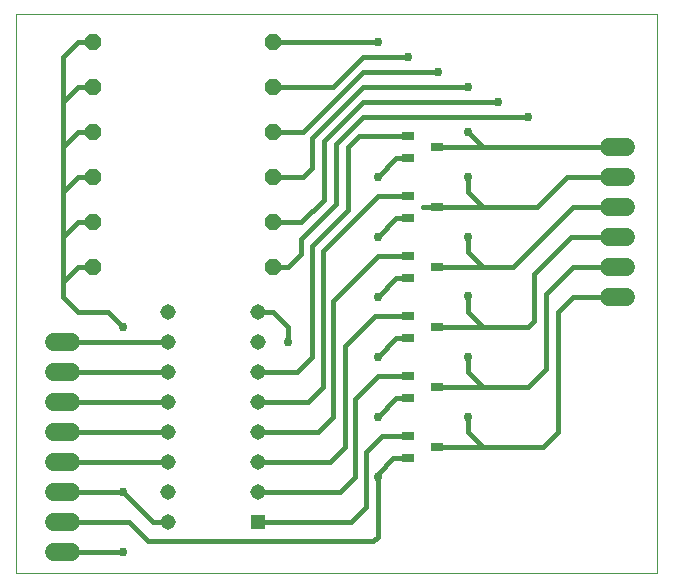
<source format=gtl>
G04 EAGLE Gerber X2 export*
%TF.Part,Single*%
%TF.FileFunction,Other,Top Layer*%
%TF.FilePolarity,Positive*%
%TF.GenerationSoftware,Autodesk,EAGLE,9.1.2*%
%TF.CreationDate,2019-02-28T11:01:59Z*%
G75*
%MOMM*%
%FSLAX34Y34*%
%LPD*%
%AMOC8*
5,1,8,0,0,1.08239X$1,22.5*%
G01*
%ADD10C,0.000000*%
%ADD11R,1.308000X1.308000*%
%ADD12C,1.308000*%
%ADD13C,1.508000*%
%ADD14R,1.000000X0.700000*%
%ADD15P,1.429621X8X202.500000*%
%ADD16C,0.381000*%
%ADD17C,0.406400*%
%ADD18C,0.756400*%


D10*
X-13970Y312420D02*
X528830Y312420D01*
X528830Y786030D01*
X-13970Y786030D01*
X-13970Y312420D01*
D11*
X190500Y355600D03*
D12*
X190500Y381000D03*
X190500Y406400D03*
X190500Y431800D03*
X190500Y457200D03*
X190500Y482600D03*
X190500Y508000D03*
X190500Y533400D03*
X114300Y533400D03*
X114300Y508000D03*
X114300Y482600D03*
X114300Y457200D03*
X114300Y431800D03*
X114300Y406400D03*
X114300Y381000D03*
X114300Y355600D03*
D13*
X32940Y508000D02*
X17860Y508000D01*
X17860Y482600D02*
X32940Y482600D01*
X32940Y457200D02*
X17860Y457200D01*
X17860Y431800D02*
X32940Y431800D01*
X32940Y406400D02*
X17860Y406400D01*
X17860Y381000D02*
X32940Y381000D01*
X32940Y355600D02*
X17860Y355600D01*
X17860Y330200D02*
X32940Y330200D01*
X487760Y673100D02*
X502840Y673100D01*
X502840Y647700D02*
X487760Y647700D01*
X487760Y622300D02*
X502840Y622300D01*
X502840Y596900D02*
X487760Y596900D01*
X487760Y571500D02*
X502840Y571500D01*
X502840Y546100D02*
X487760Y546100D01*
D14*
X318200Y682600D03*
X318200Y663600D03*
X342200Y673100D03*
X318200Y631800D03*
X318200Y612800D03*
X342200Y622300D03*
X318200Y581000D03*
X318200Y562000D03*
X342200Y571500D03*
X318200Y530200D03*
X318200Y511200D03*
X342200Y520700D03*
X318200Y479400D03*
X318200Y460400D03*
X342200Y469900D03*
X318200Y428600D03*
X318200Y409600D03*
X342200Y419100D03*
D15*
X203200Y762000D03*
X50800Y762000D03*
X203200Y723900D03*
X50800Y723900D03*
X203200Y685800D03*
X50800Y685800D03*
X203200Y647700D03*
X50800Y647700D03*
X203200Y609600D03*
X50800Y609600D03*
X203200Y571500D03*
X50800Y571500D03*
D16*
X273304Y459904D02*
X273304Y393700D01*
X273304Y459904D02*
X292800Y479400D01*
X318200Y479400D01*
X273304Y393700D02*
X260604Y381000D01*
X190500Y381000D01*
X281940Y368300D02*
X281940Y414630D01*
X295910Y428600D01*
X318200Y428600D01*
X281940Y368300D02*
X269240Y355600D01*
X190500Y355600D01*
X264160Y419100D02*
X264160Y504800D01*
X289560Y530200D01*
X318200Y530200D01*
X264160Y419100D02*
X251460Y406400D01*
X190500Y406400D01*
D17*
X236446Y495300D02*
X236446Y558800D01*
X236446Y589609D01*
D16*
X236446Y495300D02*
X223746Y482600D01*
X190500Y482600D01*
X236446Y589609D02*
X266700Y619863D01*
X266700Y673100D02*
X276200Y682600D01*
X318200Y682600D01*
X266700Y673100D02*
X266700Y619863D01*
X245717Y584717D02*
X245717Y469900D01*
X245717Y584717D02*
X292800Y631800D01*
X318200Y631800D01*
X245717Y469900D02*
X233017Y457200D01*
X190500Y457200D01*
X254607Y444500D02*
X254607Y542900D01*
X292707Y581000D01*
X318200Y581000D01*
X254607Y444500D02*
X241907Y431800D01*
X190500Y431800D01*
X63500Y330200D02*
X25400Y330200D01*
D17*
X63500Y330200D02*
X76200Y330200D01*
D18*
X76200Y330200D03*
X215900Y508000D03*
D17*
X203200Y533400D02*
X190500Y533400D01*
X203200Y533400D02*
X215900Y520700D01*
X215900Y508000D01*
D16*
X114300Y508000D02*
X25400Y508000D01*
X25400Y482600D02*
X114300Y482600D01*
X114300Y457200D02*
X25400Y457200D01*
X25400Y431800D02*
X114300Y431800D01*
X114300Y406400D02*
X25400Y406400D01*
X25400Y355600D02*
X81357Y355600D01*
X97676Y339281D01*
X288481Y339281D01*
X308000Y612800D02*
X318200Y612800D01*
X318200Y562000D02*
X308000Y562000D01*
X308000Y511200D02*
X318200Y511200D01*
X318200Y460400D02*
X308000Y460400D01*
X305500Y409600D02*
X292100Y396200D01*
X292100Y393700D01*
X292100Y342900D01*
X305500Y409600D02*
X318200Y409600D01*
X318200Y663600D02*
X308000Y663600D01*
X292100Y647700D01*
X308000Y612800D02*
X292100Y596900D01*
X308000Y562000D02*
X292100Y546100D01*
X308000Y511200D02*
X292100Y495300D01*
X308000Y460400D02*
X292100Y444500D01*
D18*
X292100Y444500D03*
X292100Y495300D03*
X292100Y596900D03*
X292100Y647700D03*
X292100Y546100D03*
X292100Y393700D03*
D16*
X292100Y342900D02*
X288481Y339281D01*
D18*
X76200Y520700D03*
D16*
X76200Y381000D02*
X25400Y381000D01*
D18*
X76200Y381000D03*
D17*
X101600Y355600D01*
X114300Y355600D01*
X76200Y520700D02*
X63500Y533400D01*
X38100Y533400D02*
X25400Y546100D01*
X38100Y533400D02*
X63500Y533400D01*
X25400Y749300D02*
X38100Y762000D01*
X25400Y558800D02*
X25400Y546100D01*
X25400Y558800D02*
X25400Y596900D01*
X25400Y635000D01*
X25400Y673100D01*
X25400Y711200D01*
X25400Y749300D01*
X38100Y723900D02*
X25400Y711200D01*
X38100Y685800D02*
X25400Y673100D01*
X38100Y647700D02*
X25400Y635000D01*
X38100Y609600D02*
X25400Y596900D01*
X38100Y571500D02*
X25400Y558800D01*
X38100Y609600D02*
X50800Y609600D01*
X50800Y762000D02*
X38100Y762000D01*
X38100Y685800D02*
X50800Y685800D01*
X50800Y571500D02*
X38100Y571500D01*
X38100Y647700D02*
X50800Y647700D01*
X50800Y723900D02*
X38100Y723900D01*
D18*
X292100Y762000D03*
X368300Y685800D03*
D16*
X355600Y673100D02*
X342200Y673100D01*
X355600Y673100D02*
X381000Y673100D01*
X431800Y673100D01*
D17*
X495300Y673100D01*
D16*
X381000Y673100D02*
X368300Y685800D01*
D17*
X292100Y762000D02*
X203200Y762000D01*
D18*
X317500Y749300D03*
X368300Y647700D03*
D16*
X368300Y622300D02*
X342200Y622300D01*
X368300Y622300D02*
X381000Y622300D01*
D17*
X452120Y647700D02*
X495300Y647700D01*
X426720Y622300D02*
X381000Y622300D01*
X426720Y622300D02*
X452120Y647700D01*
D16*
X368300Y622300D02*
X330200Y622300D01*
D17*
X368300Y635000D02*
X368300Y647700D01*
X368300Y635000D02*
X381000Y622300D01*
X317500Y749300D02*
X279400Y749300D01*
X254000Y723900D01*
X203200Y723900D01*
D18*
X342900Y736600D03*
X368300Y596900D03*
D17*
X457200Y622300D02*
X495300Y622300D01*
D16*
X406400Y571500D02*
X381000Y571500D01*
X342200Y571500D01*
D17*
X406400Y571500D02*
X457200Y622300D01*
X368300Y596900D02*
X368300Y584200D01*
X381000Y571500D01*
X342900Y736600D02*
X279400Y736600D01*
X228600Y685800D01*
X203200Y685800D01*
D18*
X368300Y723900D03*
X368300Y547370D03*
D17*
X455647Y596900D02*
X495300Y596900D01*
D16*
X342900Y520700D02*
X342200Y520700D01*
X292100Y723900D02*
X279400Y723900D01*
X292100Y723900D02*
X368300Y723900D01*
D17*
X455647Y596900D02*
X424180Y565433D01*
X424180Y525780D02*
X419100Y520700D01*
X424180Y525780D02*
X424180Y565433D01*
X419100Y520700D02*
X381000Y520700D01*
X342900Y520700D01*
X368300Y533400D02*
X368300Y547370D01*
X368300Y533400D02*
X381000Y520700D01*
X236220Y680720D02*
X279400Y723900D01*
X236220Y655320D02*
X228600Y647700D01*
X203200Y647700D01*
X236220Y655320D02*
X236220Y680720D01*
D18*
X393700Y711200D03*
X368300Y495300D03*
D17*
X457200Y571500D02*
X495300Y571500D01*
X457200Y571500D02*
X434340Y548640D01*
X419100Y469900D02*
X381000Y469900D01*
X342200Y469900D01*
D16*
X246380Y678180D02*
X279400Y711200D01*
X393700Y711200D01*
D17*
X434340Y548640D02*
X434340Y485140D01*
X419100Y469900D01*
X368300Y482600D02*
X368300Y495300D01*
X368300Y482600D02*
X381000Y469900D01*
X227330Y609600D02*
X203200Y609600D01*
X227330Y609600D02*
X246380Y628650D01*
X246380Y678180D01*
D18*
X419100Y698500D03*
X368300Y444500D03*
D17*
X444500Y431800D02*
X444500Y533400D01*
X457200Y546100D01*
X495300Y546100D01*
X444500Y431800D02*
X431800Y419100D01*
D16*
X342900Y419100D02*
X342200Y419100D01*
D17*
X419100Y419100D02*
X431800Y419100D01*
X419100Y419100D02*
X381000Y419100D01*
X342900Y419100D01*
D16*
X330200Y698500D02*
X320751Y698500D01*
X330200Y698500D02*
X419100Y698500D01*
X279400Y698500D02*
X256540Y675640D01*
X279400Y698500D02*
X330200Y698500D01*
D17*
X368300Y444500D02*
X368300Y431800D01*
X381000Y419100D01*
X215900Y571500D02*
X203200Y571500D01*
X227048Y595348D02*
X256540Y624840D01*
X227048Y595348D02*
X227048Y582648D01*
X215900Y571500D01*
X256540Y624840D02*
X256540Y675640D01*
M02*

</source>
